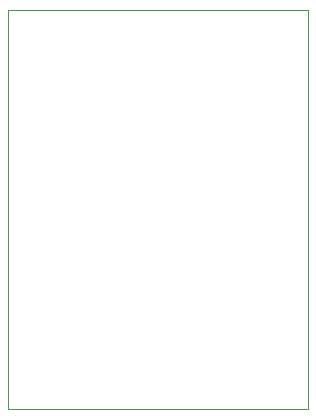
<source format=gbr>
%TF.GenerationSoftware,KiCad,Pcbnew,(6.0.0)*%
%TF.CreationDate,2022-02-06T14:28:58-06:00*%
%TF.ProjectId,moduloSonidoPCB,6d6f6475-6c6f-4536-9f6e-69646f504342,rev?*%
%TF.SameCoordinates,Original*%
%TF.FileFunction,Profile,NP*%
%FSLAX46Y46*%
G04 Gerber Fmt 4.6, Leading zero omitted, Abs format (unit mm)*
G04 Created by KiCad (PCBNEW (6.0.0)) date 2022-02-06 14:28:58*
%MOMM*%
%LPD*%
G01*
G04 APERTURE LIST*
%TA.AperFunction,Profile*%
%ADD10C,0.100000*%
%TD*%
G04 APERTURE END LIST*
D10*
X116586000Y-76327000D02*
X141986000Y-76327000D01*
X141986000Y-76327000D02*
X141986000Y-110109000D01*
X141986000Y-110109000D02*
X116586000Y-110109000D01*
X116586000Y-110109000D02*
X116586000Y-76327000D01*
M02*

</source>
